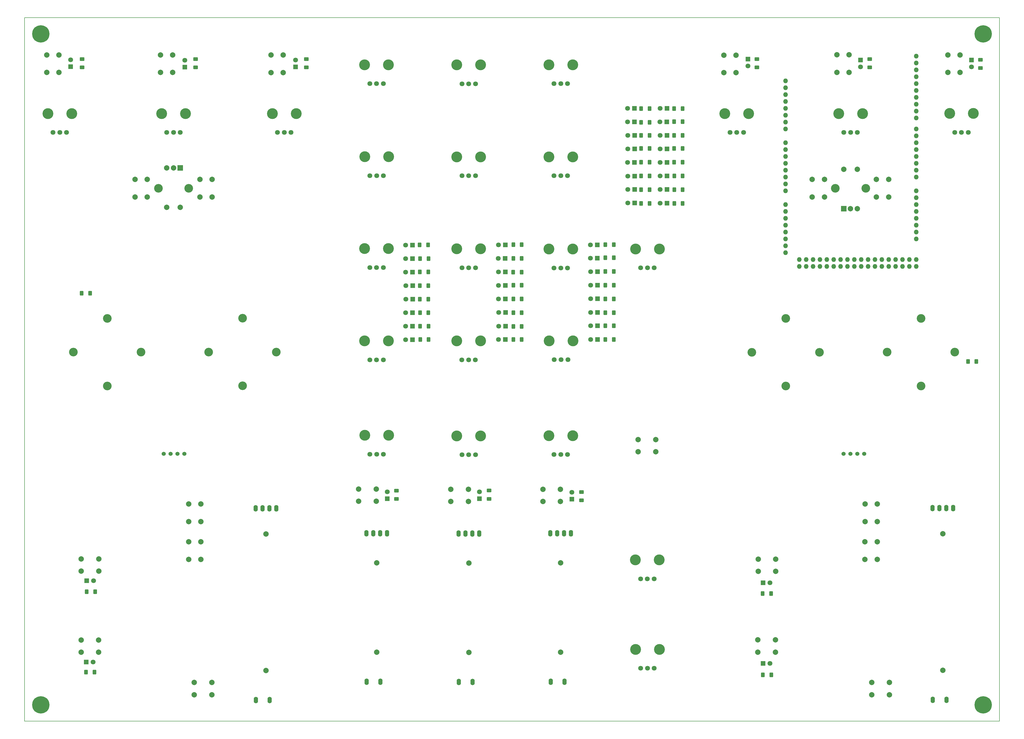
<source format=gbr>
%TF.GenerationSoftware,KiCad,Pcbnew,(5.99.0-10428-g50fd94d35d)*%
%TF.CreationDate,2021-05-01T16:31:51+02:00*%
%TF.ProjectId,Mixduino,4d697864-7569-46e6-9f2e-6b696361645f,rev?*%
%TF.SameCoordinates,Original*%
%TF.FileFunction,Soldermask,Bot*%
%TF.FilePolarity,Negative*%
%FSLAX46Y46*%
G04 Gerber Fmt 4.6, Leading zero omitted, Abs format (unit mm)*
G04 Created by KiCad (PCBNEW (5.99.0-10428-g50fd94d35d)) date 2021-05-01 16:31:51*
%MOMM*%
%LPD*%
G01*
G04 APERTURE LIST*
G04 Aperture macros list*
%AMRoundRect*
0 Rectangle with rounded corners*
0 $1 Rounding radius*
0 $2 $3 $4 $5 $6 $7 $8 $9 X,Y pos of 4 corners*
0 Add a 4 corners polygon primitive as box body*
4,1,4,$2,$3,$4,$5,$6,$7,$8,$9,$2,$3,0*
0 Add four circle primitives for the rounded corners*
1,1,$1+$1,$2,$3*
1,1,$1+$1,$4,$5*
1,1,$1+$1,$6,$7*
1,1,$1+$1,$8,$9*
0 Add four rect primitives between the rounded corners*
20,1,$1+$1,$2,$3,$4,$5,0*
20,1,$1+$1,$4,$5,$6,$7,0*
20,1,$1+$1,$6,$7,$8,$9,0*
20,1,$1+$1,$8,$9,$2,$3,0*%
G04 Aperture macros list end*
%TA.AperFunction,Profile*%
%ADD10C,0.150000*%
%TD*%
%ADD11R,1.800000X1.800000*%
%ADD12C,1.800000*%
%ADD13C,2.000000*%
%ADD14O,1.600000X2.400000*%
%ADD15O,1.600000X2.462000*%
%ADD16C,3.600000*%
%ADD17C,6.400000*%
%ADD18C,3.200000*%
%ADD19C,4.000000*%
%ADD20C,1.524000*%
%ADD21R,2.000000X2.000000*%
%ADD22O,1.727200X1.727200*%
%ADD23RoundRect,0.250000X-0.400000X-0.625000X0.400000X-0.625000X0.400000X0.625000X-0.400000X0.625000X0*%
%ADD24RoundRect,0.250000X0.625000X-0.400000X0.625000X0.400000X-0.625000X0.400000X-0.625000X-0.400000X0*%
%ADD25RoundRect,0.250000X-0.625000X0.400000X-0.625000X-0.400000X0.625000X-0.400000X0.625000X0.400000X0*%
%ADD26RoundRect,0.250000X0.400000X0.625000X-0.400000X0.625000X-0.400000X-0.625000X0.400000X-0.625000X0*%
G04 APERTURE END LIST*
D10*
X479000000Y-311000000D02*
X119000000Y-311000000D01*
X119000000Y-311000000D02*
X119000000Y-51000000D01*
X479000000Y-51000000D02*
X479000000Y-311000000D01*
X119000000Y-51000000D02*
X479000000Y-51000000D01*
D11*
%TO.C,D17*%
X296535000Y-154950000D03*
D12*
X293995000Y-154950000D03*
%TD*%
D13*
%TO.C,SW19*%
X179570000Y-244690000D03*
X179570000Y-251190000D03*
X184070000Y-244690000D03*
X184070000Y-251190000D03*
%TD*%
%TO.C,RV1*%
X249000000Y-285500000D03*
X249000000Y-252500000D03*
D14*
X245190000Y-241568000D03*
X250270000Y-241568000D03*
X247730000Y-241568000D03*
D15*
X252810000Y-241568000D03*
D14*
X250380000Y-296432000D03*
X245300000Y-296432000D03*
%TD*%
D11*
%TO.C,D14*%
X296530000Y-169960000D03*
D12*
X293990000Y-169960000D03*
%TD*%
D13*
%TO.C,SW8*%
X146400000Y-251010000D03*
X139900000Y-251010000D03*
X139900000Y-255510000D03*
X146400000Y-255510000D03*
%TD*%
D11*
%TO.C,D3*%
X262245000Y-159990000D03*
D12*
X259705000Y-159990000D03*
%TD*%
D16*
%TO.C,REF\u002A\u002A*%
X473000000Y-57000000D03*
D17*
X473000000Y-57000000D03*
%TD*%
D13*
%TO.C,SW21*%
X352030000Y-211390000D03*
X345530000Y-211390000D03*
X345530000Y-206890000D03*
X352030000Y-206890000D03*
%TD*%
D18*
%TO.C,REF\u002A\u002A*%
X149520000Y-162090000D03*
%TD*%
D13*
%TO.C,SW14*%
X316880000Y-225270000D03*
X310380000Y-225270000D03*
X310380000Y-229770000D03*
X316880000Y-229770000D03*
%TD*%
D19*
%TO.C,RV20*%
X136390000Y-86410000D03*
X127590000Y-86410000D03*
D12*
X134490000Y-93410000D03*
X131990000Y-93410000D03*
X129490000Y-93410000D03*
%TD*%
D19*
%TO.C,RV22*%
X210500000Y-86400000D03*
X219300000Y-86400000D03*
D12*
X217400000Y-93400000D03*
X214900000Y-93400000D03*
X212400000Y-93400000D03*
%TD*%
D20*
%TO.C,TB1*%
X170390000Y-212180000D03*
X172930000Y-212180000D03*
X175470000Y-212180000D03*
X178010000Y-212180000D03*
%TD*%
D13*
%TO.C,SW33*%
X169210000Y-64730000D03*
X169210000Y-71230000D03*
X173710000Y-64730000D03*
X173710000Y-71230000D03*
%TD*%
%TO.C,SW25*%
X433840000Y-237250000D03*
X433840000Y-230750000D03*
X429340000Y-237250000D03*
X429340000Y-230750000D03*
%TD*%
%TO.C,RV7*%
X283080000Y-252570000D03*
X283080000Y-285570000D03*
D14*
X284350000Y-241638000D03*
X279270000Y-241638000D03*
D15*
X286890000Y-241638000D03*
D14*
X281810000Y-241638000D03*
X279380000Y-296502000D03*
X284460000Y-296502000D03*
%TD*%
D11*
%TO.C,D38*%
X344265000Y-119500000D03*
D12*
X341725000Y-119500000D03*
%TD*%
D11*
%TO.C,D22*%
X252910000Y-228735000D03*
D12*
X252910000Y-226195000D03*
%TD*%
D13*
%TO.C,SW12*%
X181662000Y-296708000D03*
X188162000Y-296708000D03*
X181662000Y-301208000D03*
X188162000Y-301208000D03*
%TD*%
D11*
%TO.C,D46*%
X356255000Y-119510000D03*
D12*
X353715000Y-119510000D03*
%TD*%
D19*
%TO.C,RV8*%
X287400000Y-205550000D03*
X278600000Y-205550000D03*
D12*
X285500000Y-212550000D03*
X283000000Y-212550000D03*
X280500000Y-212550000D03*
%TD*%
D19*
%TO.C,RV12*%
X278610000Y-68440000D03*
X287410000Y-68440000D03*
D12*
X285510000Y-75440000D03*
X283010000Y-75440000D03*
X280510000Y-75440000D03*
%TD*%
D11*
%TO.C,D9*%
X141765000Y-289150000D03*
D12*
X144305000Y-289150000D03*
%TD*%
D11*
%TO.C,D31*%
X330585000Y-164880000D03*
D12*
X328045000Y-164880000D03*
%TD*%
D11*
%TO.C,D1*%
X262265000Y-170020000D03*
D12*
X259725000Y-170020000D03*
%TD*%
D11*
%TO.C,D25*%
X391675000Y-289630000D03*
D12*
X394215000Y-289630000D03*
%TD*%
D11*
%TO.C,D37*%
X330505000Y-134930000D03*
D12*
X327965000Y-134930000D03*
%TD*%
D11*
%TO.C,D49*%
X356185000Y-104450000D03*
D12*
X353645000Y-104450000D03*
%TD*%
D13*
%TO.C,RV23*%
X458100000Y-241720000D03*
X458100000Y-292220000D03*
D14*
X459370000Y-232220000D03*
X454290000Y-232220000D03*
D15*
X461910000Y-232220000D03*
D14*
X456830000Y-232220000D03*
X459400000Y-303120000D03*
X454320000Y-303120000D03*
%TD*%
D18*
%TO.C,REF\u002A\u002A*%
X211980000Y-174570000D03*
%TD*%
D13*
%TO.C,SW4*%
X396260000Y-280960000D03*
X389760000Y-280960000D03*
X396260000Y-285460000D03*
X389760000Y-285460000D03*
%TD*%
%TO.C,SW41*%
X159780000Y-117280000D03*
X159780000Y-110780000D03*
X164280000Y-110780000D03*
X164280000Y-117280000D03*
%TD*%
D11*
%TO.C,D11*%
X136020000Y-69065000D03*
D12*
X136020000Y-66525000D03*
%TD*%
D19*
%TO.C,RV11*%
X278590000Y-102400000D03*
X287390000Y-102400000D03*
D12*
X285490000Y-109400000D03*
X282990000Y-109400000D03*
X280490000Y-109400000D03*
%TD*%
D11*
%TO.C,D41*%
X344225000Y-104500000D03*
D12*
X341685000Y-104500000D03*
%TD*%
D11*
%TO.C,D16*%
X296575000Y-159970000D03*
D12*
X294035000Y-159970000D03*
%TD*%
D21*
%TO.C,SW26*%
X421490000Y-121550000D03*
D13*
X426490000Y-121550000D03*
X423990000Y-121550000D03*
D18*
X429590000Y-114050000D03*
X418390000Y-114050000D03*
D13*
X426490000Y-107050000D03*
X421490000Y-107050000D03*
%TD*%
D18*
%TO.C,REF\u002A\u002A*%
X186980000Y-174580000D03*
%TD*%
D11*
%TO.C,D27*%
X386100000Y-66295000D03*
D12*
X386100000Y-68835000D03*
%TD*%
D18*
%TO.C,REF\u002A\u002A*%
X400050000Y-162120000D03*
%TD*%
D11*
%TO.C,D4*%
X262285000Y-155000000D03*
D12*
X259745000Y-155000000D03*
%TD*%
D11*
%TO.C,D30*%
X330535000Y-169890000D03*
D12*
X327995000Y-169890000D03*
%TD*%
D18*
%TO.C,REF\u002A\u002A*%
X387560000Y-174620000D03*
%TD*%
D16*
%TO.C,REF\u002A\u002A*%
X125000000Y-57000000D03*
D17*
X125000000Y-57000000D03*
%TD*%
D11*
%TO.C,D21*%
X296485000Y-134950000D03*
D12*
X293945000Y-134950000D03*
%TD*%
D13*
%TO.C,SW13*%
X438352000Y-296708000D03*
X431852000Y-296708000D03*
X438352000Y-301208000D03*
X431852000Y-301208000D03*
%TD*%
D11*
%TO.C,D50*%
X356225000Y-99490000D03*
D12*
X353685000Y-99490000D03*
%TD*%
D13*
%TO.C,SW3*%
X139860000Y-281010000D03*
X146360000Y-281010000D03*
X146360000Y-285510000D03*
X139860000Y-285510000D03*
%TD*%
%TO.C,SW34*%
X423430000Y-71170000D03*
X423430000Y-64670000D03*
X418930000Y-71170000D03*
X418930000Y-64670000D03*
%TD*%
D18*
%TO.C,REF\u002A\u002A*%
X462510000Y-174590000D03*
%TD*%
D19*
%TO.C,RV24*%
X386390000Y-86400000D03*
X377590000Y-86400000D03*
D12*
X384490000Y-93400000D03*
X381990000Y-93400000D03*
X379490000Y-93400000D03*
%TD*%
D11*
%TO.C,D12*%
X178180000Y-69215000D03*
D12*
X178180000Y-66675000D03*
%TD*%
D19*
%TO.C,RV5*%
X253390000Y-102380000D03*
X244590000Y-102380000D03*
D12*
X251490000Y-109380000D03*
X248990000Y-109380000D03*
X246490000Y-109380000D03*
%TD*%
D19*
%TO.C,RV17*%
X321400000Y-102420000D03*
X312600000Y-102420000D03*
D12*
X319500000Y-109420000D03*
X317000000Y-109420000D03*
X314500000Y-109420000D03*
%TD*%
D11*
%TO.C,D8*%
X262245000Y-135010000D03*
D12*
X259705000Y-135010000D03*
%TD*%
D11*
%TO.C,D44*%
X344210000Y-89520000D03*
D12*
X341670000Y-89520000D03*
%TD*%
D11*
%TO.C,D48*%
X356225000Y-109500000D03*
D12*
X353685000Y-109500000D03*
%TD*%
D11*
%TO.C,D35*%
X330535000Y-144890000D03*
D12*
X327995000Y-144890000D03*
%TD*%
D11*
%TO.C,D13*%
X219030000Y-69135000D03*
D12*
X219030000Y-66595000D03*
%TD*%
D18*
%TO.C,REF\u002A\u002A*%
X450000000Y-162100000D03*
%TD*%
D13*
%TO.C,SW9*%
X396380000Y-251080000D03*
X389880000Y-251080000D03*
X389880000Y-255580000D03*
X396380000Y-255580000D03*
%TD*%
D19*
%TO.C,RV25*%
X428410000Y-86410000D03*
X419610000Y-86410000D03*
D12*
X426510000Y-93410000D03*
X424010000Y-93410000D03*
X421510000Y-93410000D03*
%TD*%
D13*
%TO.C,SW36*%
X209990000Y-71270000D03*
X209990000Y-64770000D03*
X214490000Y-64770000D03*
X214490000Y-71270000D03*
%TD*%
D11*
%TO.C,D20*%
X296435000Y-139960000D03*
D12*
X293895000Y-139960000D03*
%TD*%
D19*
%TO.C,RV10*%
X278600000Y-136430000D03*
X287400000Y-136430000D03*
D12*
X285500000Y-143430000D03*
X283000000Y-143430000D03*
X280500000Y-143430000D03*
%TD*%
D13*
%TO.C,SW42*%
X409840000Y-117230000D03*
X409840000Y-110730000D03*
X414340000Y-117230000D03*
X414340000Y-110730000D03*
%TD*%
D11*
%TO.C,D53*%
X356195000Y-84490000D03*
D12*
X353655000Y-84490000D03*
%TD*%
D13*
%TO.C,RV13*%
X316970000Y-285450000D03*
X316970000Y-252450000D03*
D14*
X318240000Y-241518000D03*
X313160000Y-241518000D03*
X315700000Y-241518000D03*
D15*
X320780000Y-241518000D03*
D14*
X318350000Y-296382000D03*
X313270000Y-296382000D03*
%TD*%
D11*
%TO.C,D43*%
X344260000Y-94470000D03*
D12*
X341720000Y-94470000D03*
%TD*%
D22*
%TO.C,XA1*%
X399957500Y-74315000D03*
X399957500Y-81935000D03*
X399957500Y-84475000D03*
X448217500Y-140355000D03*
X448217500Y-142895000D03*
X399957500Y-97175000D03*
X399957500Y-99715000D03*
X399957500Y-102255000D03*
X399957500Y-104795000D03*
X399957500Y-107335000D03*
X399957500Y-109875000D03*
X399957500Y-112415000D03*
X399957500Y-114955000D03*
X399957500Y-120035000D03*
X399957500Y-122575000D03*
X399957500Y-125115000D03*
X399957500Y-127655000D03*
X399957500Y-130195000D03*
X399957500Y-132735000D03*
X399957500Y-135275000D03*
X399957500Y-137815000D03*
X448217500Y-70251000D03*
X448217500Y-109875000D03*
X448217500Y-107335000D03*
X448217500Y-104795000D03*
X448217500Y-102255000D03*
X448217500Y-99715000D03*
X448217500Y-97175000D03*
X448217500Y-94635000D03*
X448217500Y-92095000D03*
X448217500Y-88031000D03*
X448217500Y-85491000D03*
X448217500Y-82951000D03*
X448217500Y-80411000D03*
X448217500Y-77871000D03*
X448217500Y-75331000D03*
X448217500Y-114955000D03*
X448217500Y-117495000D03*
X448217500Y-120035000D03*
X448217500Y-122575000D03*
X448217500Y-125115000D03*
X448217500Y-127655000D03*
X448217500Y-130195000D03*
X448217500Y-132735000D03*
X445677500Y-140355000D03*
X445677500Y-142895000D03*
X443137500Y-140355000D03*
X443137500Y-142895000D03*
X440597500Y-140355000D03*
X440597500Y-142895000D03*
X438057500Y-140355000D03*
X438057500Y-142895000D03*
X435517500Y-140355000D03*
X435517500Y-142895000D03*
X432977500Y-140355000D03*
X432977500Y-142895000D03*
X430437500Y-140355000D03*
X430437500Y-142895000D03*
X427897500Y-140355000D03*
X427897500Y-142895000D03*
X425357500Y-140355000D03*
X425357500Y-142895000D03*
X422817500Y-140355000D03*
X422817500Y-142895000D03*
X420277500Y-140355000D03*
X420277500Y-142895000D03*
X417737500Y-140355000D03*
X417737500Y-142895000D03*
X415197500Y-140355000D03*
X415197500Y-142895000D03*
X412657500Y-140355000D03*
X412657500Y-142895000D03*
X410117500Y-140355000D03*
X410117500Y-142895000D03*
X407577500Y-140355000D03*
X407577500Y-142895000D03*
X448217500Y-72791000D03*
X399957500Y-87015000D03*
X399957500Y-89555000D03*
X405037500Y-140355000D03*
X405037500Y-142895000D03*
X399957500Y-76855000D03*
X399957500Y-79395000D03*
X448217500Y-65171000D03*
X448217500Y-67711000D03*
X399957500Y-92095000D03*
%TD*%
D19*
%TO.C,RV18*%
X312610000Y-68380000D03*
X321410000Y-68380000D03*
D12*
X319510000Y-75380000D03*
X317010000Y-75380000D03*
X314510000Y-75380000D03*
%TD*%
D13*
%TO.C,SW30*%
X377226000Y-64822000D03*
X377226000Y-71322000D03*
X381726000Y-64822000D03*
X381726000Y-71322000D03*
%TD*%
D18*
%TO.C,REF\u002A\u002A*%
X137030000Y-174600000D03*
%TD*%
D19*
%TO.C,RV9*%
X287370000Y-170460000D03*
X278570000Y-170460000D03*
D12*
X285470000Y-177460000D03*
X282970000Y-177460000D03*
X280470000Y-177460000D03*
%TD*%
D13*
%TO.C,SW37*%
X459920000Y-71240000D03*
X459920000Y-64740000D03*
X464420000Y-64740000D03*
X464420000Y-71240000D03*
%TD*%
D18*
%TO.C,REF\u002A\u002A*%
X162020000Y-174580000D03*
%TD*%
D19*
%TO.C,RV4*%
X253350000Y-136330000D03*
X244550000Y-136330000D03*
D12*
X251450000Y-143330000D03*
X248950000Y-143330000D03*
X246450000Y-143330000D03*
%TD*%
D11*
%TO.C,D26*%
X391663000Y-259842000D03*
D12*
X394203000Y-259842000D03*
%TD*%
D13*
%TO.C,SW39*%
X188270000Y-110770000D03*
X188270000Y-117270000D03*
X183770000Y-110770000D03*
X183770000Y-117270000D03*
%TD*%
D18*
%TO.C,REF\u002A\u002A*%
X412550000Y-174620000D03*
%TD*%
D11*
%TO.C,D32*%
X330555000Y-159890000D03*
D12*
X328015000Y-159890000D03*
%TD*%
D17*
%TO.C,REF\u002A\u002A*%
X125000000Y-305000000D03*
D16*
X125000000Y-305000000D03*
%TD*%
D18*
%TO.C,REF\u002A\u002A*%
X400060000Y-187090000D03*
%TD*%
D13*
%TO.C,RV19*%
X208170000Y-292300000D03*
X208170000Y-241800000D03*
D14*
X209440000Y-232300000D03*
X204360000Y-232300000D03*
X206900000Y-232300000D03*
D15*
X211980000Y-232300000D03*
D14*
X209470000Y-303200000D03*
X204390000Y-303200000D03*
%TD*%
D19*
%TO.C,RV14*%
X321400000Y-205450000D03*
X312600000Y-205450000D03*
D12*
X319500000Y-212450000D03*
X317000000Y-212450000D03*
X314500000Y-212450000D03*
%TD*%
D16*
%TO.C,REF\u002A\u002A*%
X473000000Y-305000000D03*
D17*
X473000000Y-305000000D03*
%TD*%
D19*
%TO.C,RV28*%
X344570000Y-251400000D03*
X353370000Y-251400000D03*
D12*
X351470000Y-258400000D03*
X348970000Y-258400000D03*
X346470000Y-258400000D03*
%TD*%
D11*
%TO.C,D10*%
X141925000Y-259090000D03*
D12*
X144465000Y-259090000D03*
%TD*%
D18*
%TO.C,REF\u002A\u002A*%
X437510000Y-174610000D03*
%TD*%
D11*
%TO.C,D29*%
X468660000Y-66595000D03*
D12*
X468660000Y-69135000D03*
%TD*%
D11*
%TO.C,D23*%
X286940000Y-228735000D03*
D12*
X286940000Y-226195000D03*
%TD*%
D11*
%TO.C,D6*%
X262270000Y-145010000D03*
D12*
X259730000Y-145010000D03*
%TD*%
D19*
%TO.C,RV27*%
X344610000Y-284440000D03*
X353410000Y-284440000D03*
D12*
X351510000Y-291440000D03*
X349010000Y-291440000D03*
X346510000Y-291440000D03*
%TD*%
D11*
%TO.C,D24*%
X321080000Y-228915000D03*
D12*
X321080000Y-226375000D03*
%TD*%
D19*
%TO.C,RV6*%
X253360000Y-68370000D03*
X244560000Y-68370000D03*
D12*
X251460000Y-75370000D03*
X248960000Y-75370000D03*
X246460000Y-75370000D03*
%TD*%
D11*
%TO.C,D33*%
X330555000Y-154880000D03*
D12*
X328015000Y-154880000D03*
%TD*%
D11*
%TO.C,D47*%
X356195000Y-114480000D03*
D12*
X353655000Y-114480000D03*
%TD*%
D19*
%TO.C,RV29*%
X344600000Y-136460000D03*
X353400000Y-136460000D03*
D12*
X351500000Y-143460000D03*
X349000000Y-143460000D03*
X346500000Y-143460000D03*
%TD*%
D11*
%TO.C,D36*%
X330485000Y-139860000D03*
D12*
X327945000Y-139860000D03*
%TD*%
D11*
%TO.C,D34*%
X330535000Y-149870000D03*
D12*
X327995000Y-149870000D03*
%TD*%
D11*
%TO.C,D18*%
X296555000Y-149950000D03*
D12*
X294015000Y-149950000D03*
%TD*%
D18*
%TO.C,REF\u002A\u002A*%
X199470000Y-162080000D03*
%TD*%
D11*
%TO.C,D15*%
X296575000Y-164990000D03*
D12*
X294035000Y-164990000D03*
%TD*%
D13*
%TO.C,SW10*%
X282880000Y-225270000D03*
X276380000Y-225270000D03*
X282880000Y-229770000D03*
X276380000Y-229770000D03*
%TD*%
D19*
%TO.C,RV15*%
X312700000Y-170400000D03*
X321500000Y-170400000D03*
D12*
X319600000Y-177400000D03*
X317100000Y-177400000D03*
X314600000Y-177400000D03*
%TD*%
D20*
%TO.C,TB2*%
X421390000Y-212180000D03*
X423930000Y-212180000D03*
X426470000Y-212180000D03*
X429010000Y-212180000D03*
%TD*%
D19*
%TO.C,RV21*%
X169610000Y-86420000D03*
X178410000Y-86420000D03*
D12*
X176510000Y-93420000D03*
X174010000Y-93420000D03*
X171510000Y-93420000D03*
%TD*%
D11*
%TO.C,D40*%
X344305000Y-109520000D03*
D12*
X341765000Y-109520000D03*
%TD*%
D13*
%TO.C,SW20*%
X429320000Y-251200000D03*
X429320000Y-244700000D03*
X433820000Y-244700000D03*
X433820000Y-251200000D03*
%TD*%
D11*
%TO.C,D7*%
X262245000Y-140010000D03*
D12*
X259705000Y-140010000D03*
%TD*%
D11*
%TO.C,D51*%
X356225000Y-94480000D03*
D12*
X353685000Y-94480000D03*
%TD*%
D11*
%TO.C,D39*%
X344275000Y-114460000D03*
D12*
X341735000Y-114460000D03*
%TD*%
D19*
%TO.C,RV2*%
X253410000Y-205350000D03*
X244610000Y-205350000D03*
D12*
X251510000Y-212350000D03*
X249010000Y-212350000D03*
X246510000Y-212350000D03*
%TD*%
D11*
%TO.C,D19*%
X296495000Y-144960000D03*
D12*
X293955000Y-144960000D03*
%TD*%
D19*
%TO.C,RV16*%
X312590000Y-136480000D03*
X321390000Y-136480000D03*
D12*
X319490000Y-143480000D03*
X316990000Y-143480000D03*
X314490000Y-143480000D03*
%TD*%
D11*
%TO.C,D42*%
X344255000Y-99490000D03*
D12*
X341715000Y-99490000D03*
%TD*%
D11*
%TO.C,D5*%
X262305000Y-150000000D03*
D12*
X259765000Y-150000000D03*
%TD*%
D11*
%TO.C,D28*%
X427650000Y-66640000D03*
D12*
X427650000Y-69180000D03*
%TD*%
D13*
%TO.C,SW40*%
X438050000Y-117270000D03*
X438050000Y-110770000D03*
X433550000Y-117270000D03*
X433550000Y-110770000D03*
%TD*%
D11*
%TO.C,D52*%
X356165000Y-89470000D03*
D12*
X353625000Y-89470000D03*
%TD*%
D21*
%TO.C,SW16*%
X176500000Y-106530000D03*
D13*
X171500000Y-106530000D03*
X174000000Y-106530000D03*
D18*
X179600000Y-114030000D03*
X168400000Y-114030000D03*
D13*
X171500000Y-121030000D03*
X176500000Y-121030000D03*
%TD*%
D18*
%TO.C,REF\u002A\u002A*%
X149520000Y-187070000D03*
%TD*%
D11*
%TO.C,D2*%
X262225000Y-165010000D03*
D12*
X259685000Y-165010000D03*
%TD*%
D13*
%TO.C,SW24*%
X179600000Y-230750000D03*
X179600000Y-237250000D03*
X184100000Y-230750000D03*
X184100000Y-237250000D03*
%TD*%
D18*
%TO.C,REF\u002A\u002A*%
X450020000Y-187090000D03*
%TD*%
D13*
%TO.C,SW5*%
X242370000Y-225220000D03*
X248870000Y-225220000D03*
X248870000Y-229720000D03*
X242370000Y-229720000D03*
%TD*%
D18*
%TO.C,REF\u002A\u002A*%
X199490000Y-187060000D03*
%TD*%
D11*
%TO.C,D45*%
X344205000Y-84520000D03*
D12*
X341665000Y-84520000D03*
%TD*%
D13*
%TO.C,SW29*%
X127200000Y-64740000D03*
X127200000Y-71240000D03*
X131700000Y-64740000D03*
X131700000Y-71240000D03*
%TD*%
D19*
%TO.C,RV3*%
X253380000Y-170420000D03*
X244580000Y-170420000D03*
D12*
X251480000Y-177420000D03*
X248980000Y-177420000D03*
X246480000Y-177420000D03*
%TD*%
D19*
%TO.C,RV26*%
X460570000Y-86350000D03*
X469370000Y-86350000D03*
D12*
X467470000Y-93350000D03*
X464970000Y-93350000D03*
X462470000Y-93350000D03*
%TD*%
D23*
%TO.C,R1*%
X265090000Y-169926000D03*
X268190000Y-169926000D03*
%TD*%
%TO.C,R52*%
X358850000Y-89408000D03*
X361950000Y-89408000D03*
%TD*%
D24*
%TO.C,R11*%
X140208000Y-69368000D03*
X140208000Y-66268000D03*
%TD*%
D23*
%TO.C,R21*%
X299450000Y-134874000D03*
X302550000Y-134874000D03*
%TD*%
%TO.C,R25*%
X391642000Y-293878000D03*
X394742000Y-293878000D03*
%TD*%
%TO.C,R50*%
X358850000Y-99314000D03*
X361950000Y-99314000D03*
%TD*%
%TO.C,NPR1*%
X140090000Y-152830000D03*
X143190000Y-152830000D03*
%TD*%
%TO.C,R26*%
X391531000Y-263774000D03*
X394631000Y-263774000D03*
%TD*%
%TO.C,R34*%
X333450000Y-149860000D03*
X336550000Y-149860000D03*
%TD*%
%TO.C,R14*%
X299450000Y-169926000D03*
X302550000Y-169926000D03*
%TD*%
%TO.C,R37*%
X333476000Y-134874000D03*
X336576000Y-134874000D03*
%TD*%
%TO.C,R43*%
X346684000Y-94488000D03*
X349784000Y-94488000D03*
%TD*%
%TO.C,R45*%
X346684000Y-84582000D03*
X349784000Y-84582000D03*
%TD*%
%TO.C,R38*%
X346684000Y-119634000D03*
X349784000Y-119634000D03*
%TD*%
%TO.C,R41*%
X346684000Y-104394000D03*
X349784000Y-104394000D03*
%TD*%
%TO.C,R7*%
X265036000Y-140030000D03*
X268136000Y-140030000D03*
%TD*%
%TO.C,R4*%
X264966000Y-155000000D03*
X268066000Y-155000000D03*
%TD*%
%TO.C,R32*%
X333450000Y-160020000D03*
X336550000Y-160020000D03*
%TD*%
%TO.C,R48*%
X358902000Y-109474000D03*
X362002000Y-109474000D03*
%TD*%
D25*
%TO.C,R27*%
X389382000Y-66268000D03*
X389382000Y-69368000D03*
%TD*%
D23*
%TO.C,R18*%
X299450000Y-149860000D03*
X302550000Y-149860000D03*
%TD*%
D24*
%TO.C,R22*%
X256286000Y-228880000D03*
X256286000Y-225780000D03*
%TD*%
%TO.C,R13*%
X223012000Y-69368000D03*
X223012000Y-66268000D03*
%TD*%
D23*
%TO.C,R42*%
X346684000Y-99314000D03*
X349784000Y-99314000D03*
%TD*%
D26*
%TO.C,NPR2*%
X470450000Y-178060000D03*
X467350000Y-178060000D03*
%TD*%
D23*
%TO.C,R17*%
X299450000Y-154940000D03*
X302550000Y-154940000D03*
%TD*%
%TO.C,R40*%
X346684000Y-109474000D03*
X349784000Y-109474000D03*
%TD*%
%TO.C,R44*%
X346684000Y-89662000D03*
X349784000Y-89662000D03*
%TD*%
%TO.C,R19*%
X299440000Y-145034000D03*
X302540000Y-145034000D03*
%TD*%
%TO.C,R20*%
X299450000Y-139954000D03*
X302550000Y-139954000D03*
%TD*%
%TO.C,R31*%
X333450000Y-164846000D03*
X336550000Y-164846000D03*
%TD*%
%TO.C,R33*%
X333450000Y-154940000D03*
X336550000Y-154940000D03*
%TD*%
%TO.C,R49*%
X358850000Y-104394000D03*
X361950000Y-104394000D03*
%TD*%
%TO.C,R3*%
X265016000Y-160040000D03*
X268116000Y-160040000D03*
%TD*%
%TO.C,R46*%
X358902000Y-119634000D03*
X362002000Y-119634000D03*
%TD*%
%TO.C,R16*%
X299450000Y-160020000D03*
X302550000Y-160020000D03*
%TD*%
%TO.C,R5*%
X264936000Y-150010000D03*
X268036000Y-150010000D03*
%TD*%
%TO.C,R2*%
X265066000Y-165010000D03*
X268166000Y-165010000D03*
%TD*%
%TO.C,R53*%
X358850000Y-84582000D03*
X361950000Y-84582000D03*
%TD*%
%TO.C,R30*%
X333450000Y-169926000D03*
X336550000Y-169926000D03*
%TD*%
%TO.C,R6*%
X264966000Y-144920000D03*
X268066000Y-144920000D03*
%TD*%
%TO.C,R8*%
X264896000Y-134960000D03*
X267996000Y-134960000D03*
%TD*%
D25*
%TO.C,R29*%
X471932000Y-66522000D03*
X471932000Y-69622000D03*
%TD*%
D24*
%TO.C,R24*%
X324612000Y-229388000D03*
X324612000Y-226288000D03*
%TD*%
D23*
%TO.C,R15*%
X299450000Y-165100000D03*
X302550000Y-165100000D03*
%TD*%
%TO.C,R36*%
X333476000Y-139700000D03*
X336576000Y-139700000D03*
%TD*%
D25*
%TO.C,R28*%
X431038000Y-66268000D03*
X431038000Y-69368000D03*
%TD*%
D23*
%TO.C,R9*%
X141706000Y-292862000D03*
X144806000Y-292862000D03*
%TD*%
%TO.C,R35*%
X333450000Y-144780000D03*
X336550000Y-144780000D03*
%TD*%
D24*
%TO.C,R12*%
X182118000Y-69368000D03*
X182118000Y-66268000D03*
%TD*%
D23*
%TO.C,R10*%
X141960000Y-263144000D03*
X145060000Y-263144000D03*
%TD*%
%TO.C,R51*%
X358850000Y-94488000D03*
X361950000Y-94488000D03*
%TD*%
%TO.C,R47*%
X358902000Y-114554000D03*
X362002000Y-114554000D03*
%TD*%
D24*
%TO.C,R23*%
X290550000Y-228810000D03*
X290550000Y-225710000D03*
%TD*%
D23*
%TO.C,R39*%
X346684000Y-114554000D03*
X349784000Y-114554000D03*
%TD*%
M02*

</source>
